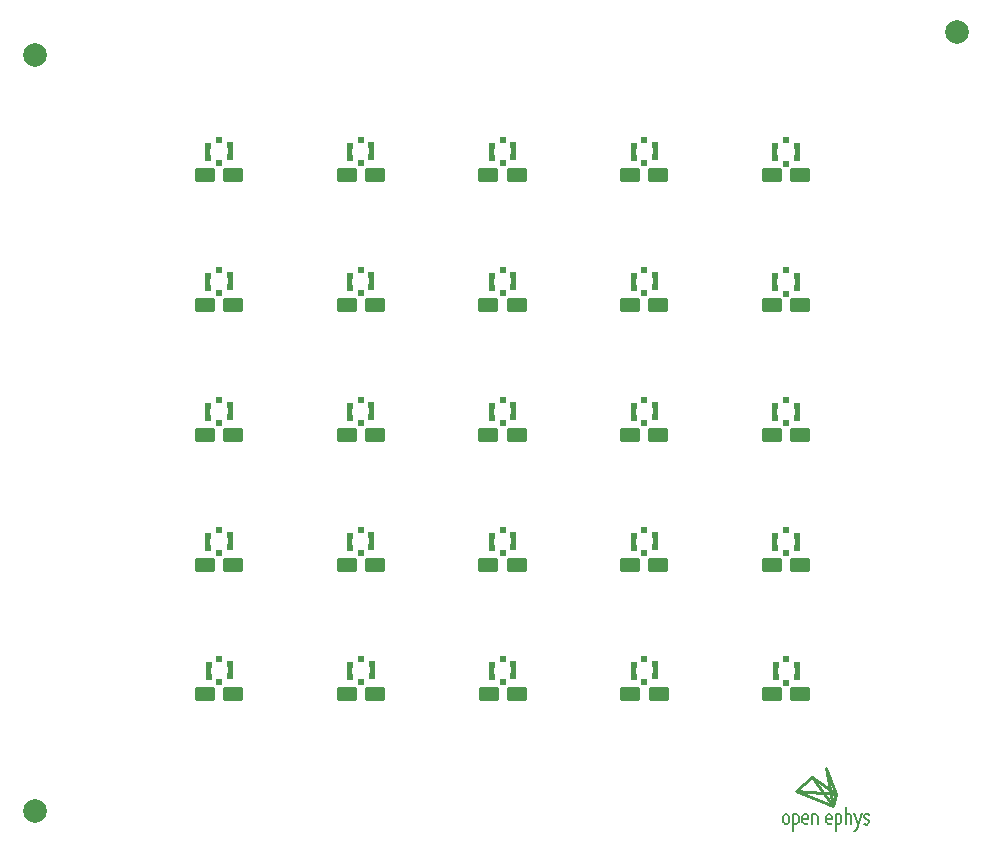
<source format=gts>
%TF.GenerationSoftware,KiCad,Pcbnew,(6.0.0)*%
%TF.CreationDate,2022-12-07T10:36:55-05:00*%
%TF.ProjectId,onix-coax-adapter-xfl-a_panel,6f6e6978-2d63-46f6-9178-2d6164617074,A*%
%TF.SameCoordinates,Original*%
%TF.FileFunction,Soldermask,Top*%
%TF.FilePolarity,Negative*%
%FSLAX46Y46*%
G04 Gerber Fmt 4.6, Leading zero omitted, Abs format (unit mm)*
G04 Created by KiCad (PCBNEW (6.0.0)) date 2022-12-07 10:36:55*
%MOMM*%
%LPD*%
G01*
G04 APERTURE LIST*
G04 Aperture macros list*
%AMRoundRect*
0 Rectangle with rounded corners*
0 $1 Rounding radius*
0 $2 $3 $4 $5 $6 $7 $8 $9 X,Y pos of 4 corners*
0 Add a 4 corners polygon primitive as box body*
4,1,4,$2,$3,$4,$5,$6,$7,$8,$9,$2,$3,0*
0 Add four circle primitives for the rounded corners*
1,1,$1+$1,$2,$3*
1,1,$1+$1,$4,$5*
1,1,$1+$1,$6,$7*
1,1,$1+$1,$8,$9*
0 Add four rect primitives between the rounded corners*
20,1,$1+$1,$2,$3,$4,$5,0*
20,1,$1+$1,$4,$5,$6,$7,0*
20,1,$1+$1,$6,$7,$8,$9,0*
20,1,$1+$1,$8,$9,$2,$3,0*%
%AMFreePoly0*
4,1,9,0.200000,-0.700000,-0.316000,-0.700000,-0.316000,-0.220000,-0.236000,-0.140000,-0.236000,0.260000,-0.316000,0.340000,-0.316000,0.824000,0.200000,0.824000,0.200000,-0.700000,0.200000,-0.700000,$1*%
G04 Aperture macros list end*
%ADD10C,0.180000*%
%ADD11C,0.275000*%
%ADD12R,0.600000X0.550000*%
%ADD13FreePoly0,0.000000*%
%ADD14R,0.500000X0.500000*%
%ADD15FreePoly0,180.000000*%
%ADD16RoundRect,0.312500X0.562500X-0.312500X0.562500X0.312500X-0.562500X0.312500X-0.562500X-0.312500X0*%
%ADD17C,2.000000*%
G04 APERTURE END LIST*
D10*
%TO.C,*%
X208440000Y-121098750D02*
X208320000Y-121098750D01*
X213490000Y-122008750D02*
X213450000Y-121988750D01*
X206700000Y-121978750D02*
X206820000Y-121978750D01*
X211440000Y-121798750D02*
X211440000Y-121278750D01*
X213370000Y-121348750D02*
X213410000Y-121408750D01*
X206520000Y-121278750D02*
X206520000Y-121798750D01*
X207330000Y-121098750D02*
X207330000Y-121978750D01*
X210340000Y-121978750D02*
X210520000Y-121978750D01*
D11*
X208920000Y-117938750D02*
X210720000Y-120438750D01*
D10*
X213360000Y-121298750D02*
X213370000Y-121348750D01*
X207330000Y-121988750D02*
X207330000Y-122508750D01*
D11*
X210120000Y-117238750D02*
X211020000Y-119438750D01*
D10*
X213660000Y-121058750D02*
X213540000Y-121058750D01*
X210960000Y-121988750D02*
X210960000Y-122508750D01*
D11*
X211020000Y-119438750D02*
X208920000Y-117938750D01*
D10*
X212720000Y-122378750D02*
X212650000Y-122478750D01*
X208200000Y-121538750D02*
X208620000Y-121538750D01*
X210220000Y-121538750D02*
X210640000Y-121538750D01*
X207630000Y-121098750D02*
X207330000Y-121098750D01*
X208620000Y-121298750D02*
X208620000Y-121538750D01*
X213450000Y-121988750D02*
X213400000Y-121958750D01*
D11*
X207620000Y-119138750D02*
X211020000Y-119438750D01*
D10*
X211260000Y-121098750D02*
X210960000Y-121098750D01*
X213700000Y-121628750D02*
X213540000Y-121508750D01*
X213400000Y-121958750D02*
X213380000Y-121928750D01*
X213410000Y-121408750D02*
X213570000Y-121528750D01*
X210960000Y-121978750D02*
X211260000Y-121978750D01*
X208960000Y-121098750D02*
X208960000Y-121978750D01*
D11*
X210720000Y-120438750D02*
X207620000Y-119138750D01*
D10*
X211800000Y-121968750D02*
X211800000Y-120548750D01*
X210960000Y-121098750D02*
X210960000Y-121978750D01*
X212560000Y-122498750D02*
X212510000Y-122498750D01*
X207810000Y-121798750D02*
X207810000Y-121278750D01*
X209440000Y-121978750D02*
X209440000Y-121278750D01*
X212650000Y-122478750D02*
X212560000Y-122498750D01*
X208320000Y-121978750D02*
X208500000Y-121978750D01*
X209260000Y-121098750D02*
X208960000Y-121098750D01*
X213790000Y-121718750D02*
X213700000Y-121628750D01*
X213500000Y-122008750D02*
X213620000Y-122008750D01*
X212100000Y-121098750D02*
X211870000Y-121098750D01*
D11*
X207620000Y-119138750D02*
X208920000Y-117938750D01*
D10*
X212290000Y-121978750D02*
X212280000Y-121278750D01*
D11*
X210720000Y-120438750D02*
X211020000Y-119438750D01*
D10*
X207330000Y-121978750D02*
X207630000Y-121978750D01*
X206820000Y-121098750D02*
X206700000Y-121098750D01*
X213380000Y-121928750D02*
X213380000Y-121908750D01*
X213800000Y-121768750D02*
X213790000Y-121718750D01*
X213150000Y-121008750D02*
X212730000Y-122358750D01*
X208140000Y-121278750D02*
X208140000Y-121798750D01*
X212510000Y-121008750D02*
X212840000Y-121968750D01*
X210160000Y-121278750D02*
X210160000Y-121798750D01*
X207000000Y-121798750D02*
X207000000Y-121278750D01*
X210460000Y-121098750D02*
X210340000Y-121098750D01*
X213800000Y-121818750D02*
X213800000Y-121768750D01*
X213760000Y-121108750D02*
X213780000Y-121138750D01*
X213780000Y-121138750D02*
X213780000Y-121158750D01*
X210640000Y-121298750D02*
X210640000Y-121538750D01*
X213670000Y-121058750D02*
X213710000Y-121078750D01*
X213710000Y-121078750D02*
X213760000Y-121108750D01*
X213360000Y-121248750D02*
X213360000Y-121298750D01*
D11*
X210720000Y-120438750D02*
X210120000Y-117238750D01*
D10*
X207810000Y-121278750D02*
G75*
G03*
X207630000Y-121098750I-180001J-1D01*
G01*
X208140000Y-121798750D02*
G75*
G03*
X208320000Y-121978750I180001J1D01*
G01*
X206700000Y-121098750D02*
G75*
G03*
X206520000Y-121278750I1J-180001D01*
G01*
X208620000Y-121278750D02*
G75*
G03*
X208440000Y-121098750I-180001J-1D01*
G01*
X210520000Y-121978750D02*
G75*
G03*
X210590000Y-121908750I-2J70002D01*
G01*
X209440000Y-121278750D02*
G75*
G03*
X209260000Y-121098750I-180001J-1D01*
G01*
X207000000Y-121278750D02*
G75*
G03*
X206820000Y-121098750I-180001J-1D01*
G01*
X210640000Y-121278750D02*
G75*
G03*
X210460000Y-121098750I-180001J-1D01*
G01*
X210160000Y-121798750D02*
G75*
G03*
X210340000Y-121978750I180001J1D01*
G01*
X213620000Y-122008750D02*
G75*
G03*
X213800000Y-121828750I-1J180001D01*
G01*
X211440000Y-121278750D02*
G75*
G03*
X211260000Y-121098750I-180001J-1D01*
G01*
X207630000Y-121978750D02*
G75*
G03*
X207810000Y-121798750I-1J180001D01*
G01*
X206820000Y-121978750D02*
G75*
G03*
X207000000Y-121798750I-1J180001D01*
G01*
X210340000Y-121098750D02*
G75*
G03*
X210160000Y-121278750I1J-180001D01*
G01*
X213540000Y-121058750D02*
G75*
G03*
X213360000Y-121238750I1J-180001D01*
G01*
X206520000Y-121798750D02*
G75*
G03*
X206700000Y-121978750I180001J1D01*
G01*
X212280000Y-121278750D02*
G75*
G03*
X212100000Y-121098750I-180001J-1D01*
G01*
X208500000Y-121978750D02*
G75*
G03*
X208570000Y-121908750I-2J70002D01*
G01*
X211260000Y-121978750D02*
G75*
G03*
X211440000Y-121798750I-1J180001D01*
G01*
X208320000Y-121098750D02*
G75*
G03*
X208140000Y-121278750I1J-180001D01*
G01*
%TD*%
D12*
%TO.C,J1*%
X170760000Y-109935081D03*
D13*
X171746000Y-109022081D03*
D14*
X170760000Y-107960081D03*
D15*
X169774000Y-108898081D03*
%TD*%
D12*
%TO.C,J1*%
X194760000Y-109935081D03*
D13*
X195746000Y-109022081D03*
D14*
X194760000Y-107960081D03*
D15*
X193774000Y-108898081D03*
%TD*%
D16*
%TO.C,TP2*%
X169546000Y-88984081D03*
%TD*%
%TO.C,TP2*%
X157546000Y-77984081D03*
%TD*%
%TO.C,TP1*%
X171946000Y-99984081D03*
%TD*%
%TO.C,TP1*%
X207946000Y-89022081D03*
%TD*%
%TO.C,TP1*%
X159946000Y-99984081D03*
%TD*%
D12*
%TO.C,J1*%
X170746000Y-76997081D03*
D13*
X171732000Y-76084081D03*
D14*
X170746000Y-75022081D03*
D15*
X169760000Y-75960081D03*
%TD*%
D16*
%TO.C,TP2*%
X157560000Y-110922081D03*
%TD*%
%TO.C,TP1*%
X195946000Y-99984081D03*
%TD*%
D12*
%TO.C,J1*%
X194746000Y-76997081D03*
D13*
X195732000Y-76084081D03*
D14*
X194746000Y-75022081D03*
D15*
X193760000Y-75960081D03*
%TD*%
D16*
%TO.C,TP2*%
X181546000Y-88984081D03*
%TD*%
D17*
%TO.C,*%
X221200000Y-54850000D03*
%TD*%
D16*
%TO.C,TP1*%
X159946000Y-66984081D03*
%TD*%
%TO.C,TP2*%
X169546000Y-99984081D03*
%TD*%
%TO.C,TP1*%
X159960000Y-110922081D03*
%TD*%
%TO.C,TP2*%
X181546000Y-66984081D03*
%TD*%
D12*
%TO.C,J1*%
X182746000Y-76997081D03*
D13*
X183732000Y-76084081D03*
D14*
X182746000Y-75022081D03*
D15*
X181760000Y-75960081D03*
%TD*%
D16*
%TO.C,TP1*%
X207946000Y-100022081D03*
%TD*%
D12*
%TO.C,J1*%
X182760000Y-109935081D03*
D13*
X183746000Y-109022081D03*
D14*
X182760000Y-107960081D03*
D15*
X181774000Y-108898081D03*
%TD*%
D16*
%TO.C,TP2*%
X169560000Y-110922081D03*
%TD*%
%TO.C,TP2*%
X193546000Y-77984081D03*
%TD*%
%TO.C,TP2*%
X157546000Y-88984081D03*
%TD*%
D17*
%TO.C,*%
X143200000Y-120850000D03*
%TD*%
D16*
%TO.C,TP1*%
X207960000Y-110960081D03*
%TD*%
%TO.C,TP1*%
X171946000Y-88984081D03*
%TD*%
D12*
%TO.C,J1*%
X194746000Y-65997081D03*
D13*
X195732000Y-65084081D03*
D14*
X194746000Y-64022081D03*
D15*
X193760000Y-64960081D03*
%TD*%
D12*
%TO.C,J1*%
X182746000Y-87997081D03*
D13*
X183732000Y-87084081D03*
D14*
X182746000Y-86022081D03*
D15*
X181760000Y-86960081D03*
%TD*%
D16*
%TO.C,TP1*%
X171946000Y-66984081D03*
%TD*%
%TO.C,TP2*%
X181546000Y-99984081D03*
%TD*%
D12*
%TO.C,J1*%
X158746000Y-98997081D03*
D13*
X159732000Y-98084081D03*
D14*
X158746000Y-97022081D03*
D15*
X157760000Y-97960081D03*
%TD*%
D12*
%TO.C,J1*%
X182746000Y-98997081D03*
D13*
X183732000Y-98084081D03*
D14*
X182746000Y-97022081D03*
D15*
X181760000Y-97960081D03*
%TD*%
D16*
%TO.C,TP2*%
X181560000Y-110922081D03*
%TD*%
D12*
%TO.C,J1*%
X206746000Y-99035081D03*
D13*
X207732000Y-98122081D03*
D14*
X206746000Y-97060081D03*
D15*
X205760000Y-97998081D03*
%TD*%
D16*
%TO.C,TP2*%
X181546000Y-77984081D03*
%TD*%
%TO.C,TP1*%
X171960000Y-110922081D03*
%TD*%
%TO.C,TP1*%
X195946000Y-66984081D03*
%TD*%
%TO.C,TP2*%
X193546000Y-88984081D03*
%TD*%
D12*
%TO.C,J1*%
X158746000Y-65997081D03*
D13*
X159732000Y-65084081D03*
D14*
X158746000Y-64022081D03*
D15*
X157760000Y-64960081D03*
%TD*%
D12*
%TO.C,J1*%
X170746000Y-65997081D03*
D13*
X171732000Y-65084081D03*
D14*
X170746000Y-64022081D03*
D15*
X169760000Y-64960081D03*
%TD*%
D16*
%TO.C,TP2*%
X169546000Y-66984081D03*
%TD*%
%TO.C,TP2*%
X193560000Y-110922081D03*
%TD*%
D12*
%TO.C,J1*%
X182746000Y-65997081D03*
D13*
X183732000Y-65084081D03*
D14*
X182746000Y-64022081D03*
D15*
X181760000Y-64960081D03*
%TD*%
D16*
%TO.C,TP1*%
X207946000Y-67022081D03*
%TD*%
D12*
%TO.C,J1*%
X206746000Y-88035081D03*
D13*
X207732000Y-87122081D03*
D14*
X206746000Y-86060081D03*
D15*
X205760000Y-86998081D03*
%TD*%
D16*
%TO.C,TP1*%
X183946000Y-66984081D03*
%TD*%
D12*
%TO.C,J1*%
X206746000Y-77035081D03*
D13*
X207732000Y-76122081D03*
D14*
X206746000Y-75060081D03*
D15*
X205760000Y-75998081D03*
%TD*%
D16*
%TO.C,TP2*%
X193546000Y-99984081D03*
%TD*%
%TO.C,TP2*%
X193546000Y-66984081D03*
%TD*%
D12*
%TO.C,J1*%
X194746000Y-87997081D03*
D13*
X195732000Y-87084081D03*
D14*
X194746000Y-86022081D03*
D15*
X193760000Y-86960081D03*
%TD*%
D16*
%TO.C,TP2*%
X169546000Y-77984081D03*
%TD*%
%TO.C,TP2*%
X157546000Y-66984081D03*
%TD*%
%TO.C,TP1*%
X183960000Y-110922081D03*
%TD*%
D12*
%TO.C,J1*%
X206746000Y-66035081D03*
D13*
X207732000Y-65122081D03*
D14*
X206746000Y-64060081D03*
D15*
X205760000Y-64998081D03*
%TD*%
D16*
%TO.C,TP1*%
X195960000Y-110922081D03*
%TD*%
D12*
%TO.C,J1*%
X158760000Y-109935081D03*
D13*
X159746000Y-109022081D03*
D14*
X158760000Y-107960081D03*
D15*
X157774000Y-108898081D03*
%TD*%
D16*
%TO.C,TP1*%
X207946000Y-78022081D03*
%TD*%
D12*
%TO.C,J1*%
X194746000Y-98997081D03*
D13*
X195732000Y-98084081D03*
D14*
X194746000Y-97022081D03*
D15*
X193760000Y-97960081D03*
%TD*%
D12*
%TO.C,J1*%
X158746000Y-87997081D03*
D13*
X159732000Y-87084081D03*
D14*
X158746000Y-86022081D03*
D15*
X157760000Y-86960081D03*
%TD*%
D16*
%TO.C,TP2*%
X205546000Y-67022081D03*
%TD*%
D12*
%TO.C,J1*%
X170746000Y-87997081D03*
D13*
X171732000Y-87084081D03*
D14*
X170746000Y-86022081D03*
D15*
X169760000Y-86960081D03*
%TD*%
D16*
%TO.C,TP1*%
X195946000Y-77984081D03*
%TD*%
D12*
%TO.C,J1*%
X206760000Y-109973081D03*
D13*
X207746000Y-109060081D03*
D14*
X206760000Y-107998081D03*
D15*
X205774000Y-108936081D03*
%TD*%
D16*
%TO.C,TP1*%
X171946000Y-77984081D03*
%TD*%
D12*
%TO.C,J1*%
X170746000Y-98997081D03*
D13*
X171732000Y-98084081D03*
D14*
X170746000Y-97022081D03*
D15*
X169760000Y-97960081D03*
%TD*%
D16*
%TO.C,TP2*%
X205546000Y-78022081D03*
%TD*%
%TO.C,TP2*%
X205546000Y-89022081D03*
%TD*%
D12*
%TO.C,J1*%
X158746000Y-76997081D03*
D13*
X159732000Y-76084081D03*
D14*
X158746000Y-75022081D03*
D15*
X157760000Y-75960081D03*
%TD*%
D16*
%TO.C,TP1*%
X159946000Y-88984081D03*
%TD*%
%TO.C,TP2*%
X157546000Y-99984081D03*
%TD*%
%TO.C,TP1*%
X195946000Y-88984081D03*
%TD*%
%TO.C,TP2*%
X205546000Y-100022081D03*
%TD*%
D17*
%TO.C,REF\u002A\u002A*%
X143200000Y-56850000D03*
%TD*%
D16*
%TO.C,TP2*%
X205560000Y-110960081D03*
%TD*%
%TO.C,TP1*%
X183946000Y-99984081D03*
%TD*%
%TO.C,TP1*%
X183946000Y-77984081D03*
%TD*%
%TO.C,TP1*%
X159946000Y-77984081D03*
%TD*%
%TO.C,TP1*%
X183946000Y-88984081D03*
%TD*%
M02*

</source>
